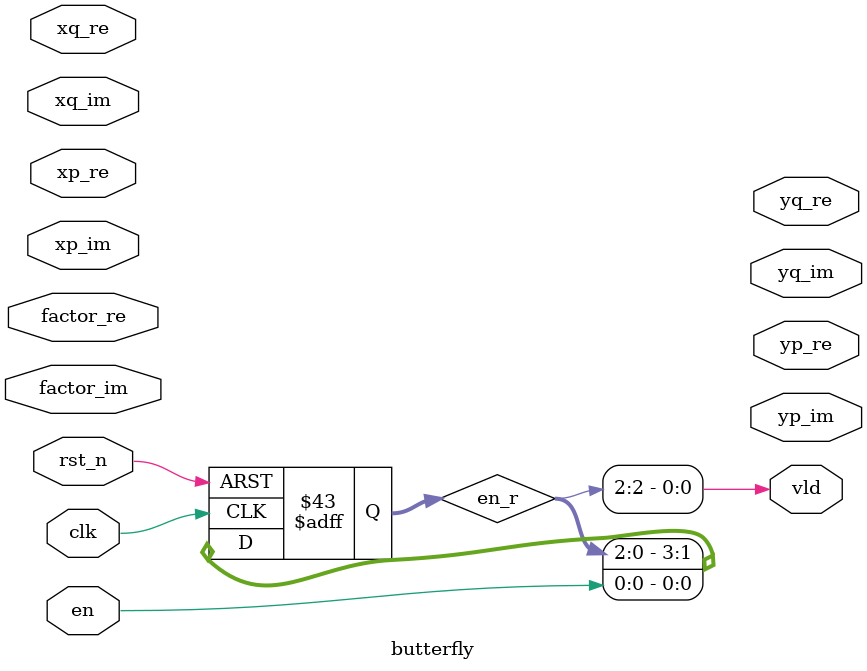
<source format=v>
module butterfly(
    input clk, 
    input rst_n,
    input en,
    input signed [15:0] xp_re,
    input signed [15:0] xp_im,
    input signed [15:0] xq_re,
    input signed [15:0] xq_im,
    input signed [15:0] factor_re,
    input signed [15:0] factor_im,
    output vld,
    output signed [15:0] yp_re,
    output signed [15:0] yp_im,
    output signed [15:0] yq_re,
    output signed [15:0] yq_im
);
reg [3:0] en_r;
    //----------------------------------------------------------------------------
    // 1) 使能信号的流水寄存
    //----------------------------------------------------------------------------

always @(posedge clk or negedge rst_n) begin
    if (rst_n == 1'b0) begin
        en_r <= 0;
    end
    else begin
        en_r <= {en_r[2:0], en};
    end
end
assign vld = en_r[2];

//----------------------------------------------------------------------------
// 2) 第 1 拍：计算 xq 与旋转因子的乘积，并把 xp 做移位对齐
//----------------------------------------------------------------------------


reg signed [31:0] xq_wnr_re0;
reg signed [31:0] xq_wnr_re1;
reg signed [31:0] xq_wnr_im0;
reg signed [31:0] xq_wnr_im1;
reg signed [31:0] xp_re_d;
reg signed [31:0] xp_im_d;

always @(posedge clk or negedge rst_n) begin
    if (rst_n == 1'b0) begin
        xp_re_d <= 0;
        xp_im_d <= 0;
        xq_wnr_re0 <= 0;
        xq_wnr_re1 <= 0;
        xq_wnr_im0 <= 0;
        xq_wnr_im1 <= 0;

    end
    else if(en) begin  //bufferfly algorithm
        xq_wnr_re0 <= xq_re * factor_re; 
        xq_wnr_re1 <= xq_im * factor_im;
        xq_wnr_im0 <= xq_re * factor_im;
        xq_wnr_im1 <= xq_im * factor_re;

        //xp 左移15位
        xp_re_d <= {{4{xp_re[15]}}, xp_re[14:0],13'b0};
        xp_im_d <= {{4{xp_im[15]}}, xp_im[14:0],13'b0};
    end
end

reg signed [31:0] xq_wnr_re;
reg signed [31:0] xq_wnr_im;
reg signed [31:0] xp_re_d1;
reg signed [31:0] xp_im_d1; 

always @(posedge clk or negedge rst_n) begin
    if (rst_n == 1'b0) begin
        xq_wnr_re <= 0;
        xq_wnr_im <= 0;
        xp_re_d1 <= 0;
        xp_im_d1 <= 0;
    end
    else if(en_r[0]) begin
        xp_re_d1 <= xp_re_d;
        xp_im_d1 <= xp_im_d;
        xq_wnr_re <= xq_wnr_re0 - xq_wnr_re1;
        xq_wnr_im <= xq_wnr_im0 + xq_wnr_im1;
    end
end



endmodule
</source>
